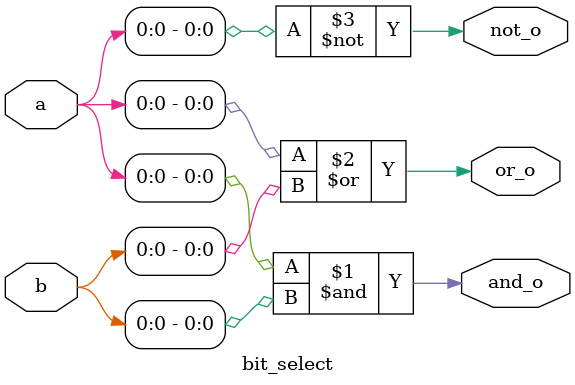
<source format=v>
module bit_select(input wire [0:2]a,b,output wire and_o,or_o,not_o);
and(and_o,a[0],b[0]);
or(or_o,a[0],b[0]);
not(not_o,a[0]);
endmodule



 

</source>
